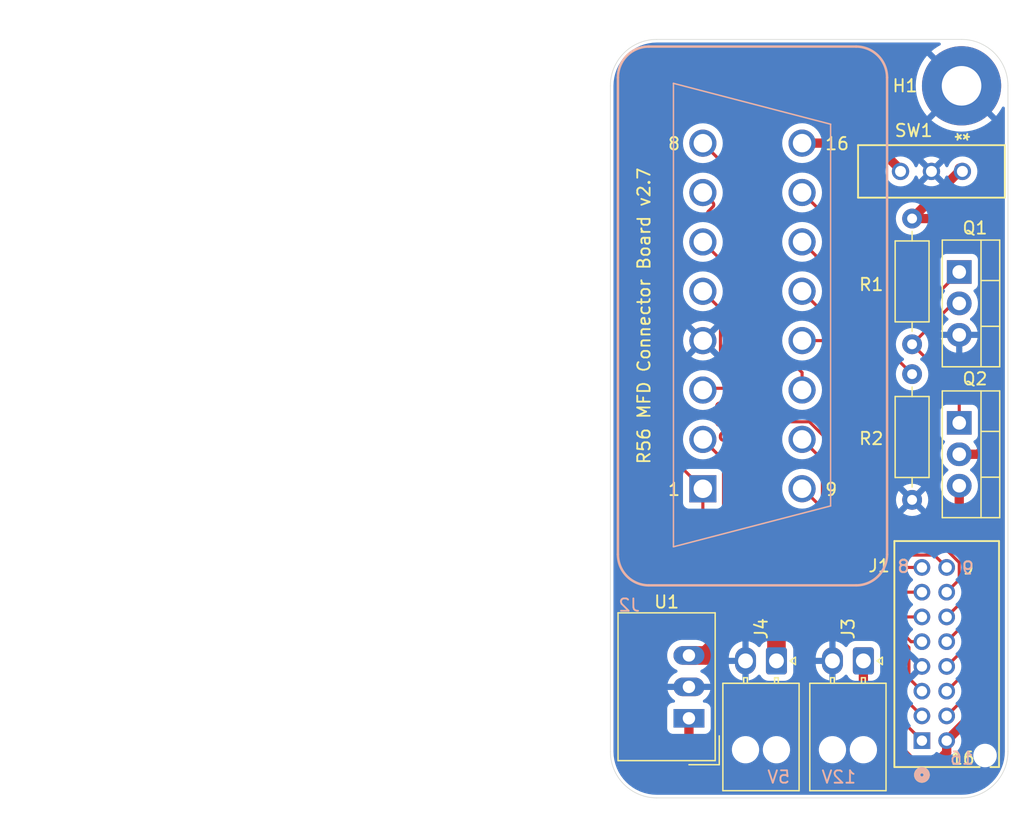
<source format=kicad_pcb>
(kicad_pcb (version 20240108) (generator "pcbnew") (generator_version "8.0")
  (layers (0 "F.Cu" signal) (31 "B.Cu" signal) (34 "B.Paste" user) (35 "F.Paste" user) (36 "B.SilkS" user "B.Silkscreen") (37 "F.SilkS" user "F.Silkscreen") (38 "B.Mask" user) (39 "F.Mask" user) (44 "Edge.Cuts" user))
  (net 0 "")
  (net 1 "OBD_Pin15")
  (net 2 "OBD_Pin14")
  (net 3 "OBD_Pin13")
  (net 4 "OBD_Pin12")
  (net 5 "OBD_Pin11")
  (net 6 "OBD_Pin10")
  (net 7 "OBD_Pin9")
  (net 8 "OBD_Pin8")
  (net 9 "OBD_Pin7")
  (net 10 "OBD_Pin6")
  (net 11 "OBD_Pin5")
  (net 12 "OBD_Pin3")
  (net 13 "OBD_Pin2")
  (net 14 "V3")
  (net 15 "V1")
  (net 16 "V2")
  (net 17 "GND")
  (net 18 "V4")
  (net 19 "Net-(Q2-D)")
  (net 20 "Net-(Q1-D)")
  (footprint "Resistor_THT:R_Axial_DIN0207_L6.3mm_D2.5mm_P10.16mm_Horizontal" (layer "F.Cu") (at 138.43 61.849 90)
    (property "Reference" "R2" (at 4.953 -3.302 180) (layer "F.SilkS"))
    (property "Value" "1Meg")
    (pad "1" thru_hole circle (at 0 0 90) (size 1.6 1.6) (drill 0.8) (layers "*.Cu" "*.Mask") (net 17 "GND"))
    (pad "2" thru_hole oval (at 10.16 0 90) (size 1.6 1.6) (drill 0.8) (layers "*.Cu" "*.Mask") (net 16 "V2"))
  )
  (footprint "Connector_Molex:Molex_Nano-Fit_105313-xx02_1x02_P2.50mm_Horizontal" (layer "F.Cu") (at 127.468 74.862 -90)
    (property "Reference" "J4" (at -2.599 1.23 90) (layer "F.SilkS"))
    (property "Value" "Conn_01x02_Socket")
    (pad "" np_thru_hole circle (at 7.18 0 270) (size 1.7 1.7) (drill 1.7) (layers "*.Cu" "*.Mask"))
    (pad "" np_thru_hole circle (at 7.18 2.5 270) (size 1.7 1.7) (drill 1.7) (layers "*.Cu" "*.Mask"))
    (pad "1" thru_hole roundrect (at 0 0 270) (size 2.2 1.7) (drill 1.2) (layers "*.Cu" "*.Mask") (roundrect_rratio 0.147059) (net 18 "V4"))
    (pad "2" thru_hole oval (at 0 2.5 270) (size 2.2 1.7) (drill 1.2) (layers "*.Cu" "*.Mask") (net 17 "GND"))
  )
  (footprint "Button_Switch_THT:SW_1218_EWI" (layer "F.Cu") (at 142.494 35.306 -90)
    (property "Reference" "SW1" (at -3.302 3.937 0) (layer "F.SilkS"))
    (property "Value" "SW_SPDT")
    (fp_text user "*" (at -2.794 0 -90) (layer "F.SilkS"))
    (fp_text user "*" (at -2.794 0 90) (layer "F.SilkS"))
    (pad "1" thru_hole circle (at 0 0 270) (size 1.397 1.397) (drill 0.889) (layers "*.Cu" "*.Mask") (net 19 "Net-(Q2-D)"))
    (pad "2" thru_hole circle (at 0 2.5 270) (size 1.397 1.397) (drill 0.889) (layers "*.Cu" "*.Mask") (net 17 "GND"))
    (pad "3" thru_hole circle (at 0 5 270) (size 1.397 1.397) (drill 0.889) (layers "*.Cu" "*.Mask") (net 15 "V1"))
  )
  (footprint "Connector_Molex:CONN16_5016451620_MOL_Renumbered" (layer "F.Cu") (at 139.223999 81.31 90)
    (property "Reference" "J1" (at 14.127 -3.460999 0) (layer "F.SilkS"))
    (property "Value" "Conn_02x08_Top_Bottom")
    (pad "" np_thru_hole circle (at -1.200002 5.099999 90) (size 1.397 1.397) (drill 1.397) (layers "*.Cu" "*.Mask"))
    (pad "1" thru_hole rect (at 0 0 90) (size 1.3462 1.3462) (drill 0.8382) (layers "*.Cu" "*.Mask") (net 16 "V2"))
    (pad "2" thru_hole circle (at 1.999999 0 90) (size 1.3462 1.3462) (drill 0.8382) (layers "*.Cu" "*.Mask") (net 13 "OBD_Pin2"))
    (pad "3" thru_hole circle (at 4 0 90) (size 1.3462 1.3462) (drill 0.8382) (layers "*.Cu" "*.Mask") (net 12 "OBD_Pin3"))
    (pad "4" thru_hole circle (at 5.999999 0 90) (size 1.3462 1.3462) (drill 0.8382) (layers "*.Cu" "*.Mask") (net 17 "GND"))
    (pad "5" thru_hole circle (at 8 0 90) (size 1.3462 1.3462) (drill 0.8382) (layers "*.Cu" "*.Mask") (net 11 "OBD_Pin5"))
    (pad "6" thru_hole circle (at 9.999998 0 90) (size 1.3462 1.3462) (drill 0.8382) (layers "*.Cu" "*.Mask") (net 10 "OBD_Pin6"))
    (pad "7" thru_hole circle (at 11.999999 0 90) (size 1.3462 1.3462) (drill 0.8382) (layers "*.Cu" "*.Mask") (net 9 "OBD_Pin7"))
    (pad "8" thru_hole circle (at 14 0 90) (size 1.3462 1.3462) (drill 0.8382) (layers "*.Cu" "*.Mask") (net 8 "OBD_Pin8"))
    (pad "9" thru_hole circle (at 14 2.000001 90) (size 1.3462 1.3462) (drill 0.8382) (layers "*.Cu" "*.Mask") (net 7 "OBD_Pin9"))
    (pad "10" thru_hole circle (at 11.999999 2.000001 90) (size 1.3462 1.3462) (drill 0.8382) (layers "*.Cu" "*.Mask") (net 6 "OBD_Pin10"))
    (pad "11" thru_hole circle (at 9.999998 2.000001 90) (size 1.3462 1.3462) (drill 0.8382) (layers "*.Cu" "*.Mask") (net 5 "OBD_Pin11"))
    (pad "12" thru_hole circle (at 8 2.000001 90) (size 1.3462 1.3462) (drill 0.8382) (layers "*.Cu" "*.Mask") (net 4 "OBD_Pin12"))
    (pad "13" thru_hole circle (at 5.999999 2.000001 90) (size 1.3462 1.3462) (drill 0.8382) (layers "*.Cu" "*.Mask") (net 3 "OBD_Pin13"))
    (pad "14" thru_hole circle (at 4 2.000001 90) (size 1.3462 1.3462) (drill 0.8382) (layers "*.Cu" "*.Mask") (net 2 "OBD_Pin14"))
    (pad "15" thru_hole circle (at 1.999999 2.000001 90) (size 1.3462 1.3462) (drill 0.8382) (layers "*.Cu" "*.Mask") (net 1 "OBD_Pin15"))
    (pad "16" thru_hole circle (at 0 2.000001 90) (size 1.3462 1.3462) (drill 0.8382) (layers "*.Cu" "*.Mask") (net 14 "V3"))
  )
  (footprint "Connector_Molex:Molex_Nano-Fit_105313-xx02_1x02_P2.50mm_Horizontal" (layer "F.Cu") (at 134.493 74.862 -90)
    (property "Reference" "J3" (at -2.599 1.23 90) (layer "F.SilkS"))
    (property "Value" "Conn_01x02_Socket")
    (pad "" np_thru_hole circle (at 7.18 0 270) (size 1.7 1.7) (drill 1.7) (layers "*.Cu" "*.Mask"))
    (pad "" np_thru_hole circle (at 7.18 2.5 270) (size 1.7 1.7) (drill 1.7) (layers "*.Cu" "*.Mask"))
    (pad "1" thru_hole roundrect (at 0 0 270) (size 2.2 1.7) (drill 1.2) (layers "*.Cu" "*.Mask") (roundrect_rratio 0.147059) (net 14 "V3"))
    (pad "2" thru_hole oval (at 0 2.5 270) (size 2.2 1.7) (drill 1.2) (layers "*.Cu" "*.Mask") (net 17 "GND"))
  )
  (footprint "Converter_DCDC:Converter_DCDC_TRACO_TSR-1_THT" (layer "F.Cu") (at 120.396 79.502 90)
    (property "Reference" "U1" (at 9.398 -1.805 180) (layer "F.SilkS"))
    (property "Value" "TSR_1-2450")
    (pad "1" thru_hole rect (at 0 0 90) (size 1.5 2.5) (drill 1) (layers "*.Cu" "*.Mask") (net 14 "V3"))
    (pad "2" thru_hole oval (at 2.54 0 90) (size 1.5 2.5) (drill 1) (layers "*.Cu" "*.Mask") (net 17 "GND"))
    (pad "3" thru_hole oval (at 5.08 0 90) (size 1.5 2.5) (drill 1) (layers "*.Cu" "*.Mask") (net 18 "V4"))
  )
  (footprint "MountingHole:MountingHole_3.2mm_M3_Pad" (layer "F.Cu") (at 142.427 28.388 90)
    (property "Reference" "H1" (at 0 -4.572 180) (layer "F.SilkS"))
    (property "Value" "MountingHole_Pad")
    (pad "1" thru_hole circle (at 0 0 90) (size 6.4 6.4) (drill 3.2) (layers "*.Cu" "*.Mask") (net 17 "GND"))
  )
  (footprint "Resistor_THT:R_Axial_DIN0207_L6.3mm_D2.5mm_P10.16mm_Horizontal" (layer "F.Cu") (at 138.43 49.276 90)
    (property "Reference" "R1" (at 4.826 -3.302 180) (layer "F.SilkS"))
    (property "Value" "10k")
    (pad "1" thru_hole circle (at 0 0 90) (size 1.6 1.6) (drill 0.8) (layers "*.Cu" "*.Mask") (net 20 "Net-(Q1-D)"))
    (pad "2" thru_hole oval (at 10.16 0 90) (size 1.6 1.6) (drill 0.8) (layers "*.Cu" "*.Mask") (net 19 "Net-(Q2-D)"))
  )
  (footprint "Package_TO_SOT_THT:TO-220-3_Vertical" (layer "F.Cu") (at 142.24 55.626 -90)
    (property "Reference" "Q2" (at -3.556 -1.27 180) (layer "F.SilkS"))
    (property "Value" "IRF9540N")
    (pad "1" thru_hole rect (at 0 0 270) (size 1.905 2) (drill 1.1) (layers "*.Cu" "*.Mask") (net 20 "Net-(Q1-D)"))
    (pad "2" thru_hole oval (at 2.54 0 270) (size 1.905 2) (drill 1.1) (layers "*.Cu" "*.Mask") (net 19 "Net-(Q2-D)"))
    (pad "3" thru_hole oval (at 5.08 0 270) (size 1.905 2) (drill 1.1) (layers "*.Cu" "*.Mask") (net 14 "V3"))
  )
  (footprint "Package_TO_SOT_THT:TO-220-3_Vertical" (layer "F.Cu") (at 142.24 43.434 -90)
    (property "Reference" "Q1" (at -3.556 -1.27 0) (layer "F.SilkS"))
    (property "Value" "IRF540N")
    (pad "1" thru_hole rect (at 0 0 270) (size 1.905 2) (drill 1.1) (layers "*.Cu" "*.Mask") (net 16 "V2"))
    (pad "2" thru_hole oval (at 2.54 0 270) (size 1.905 2) (drill 1.1) (layers "*.Cu" "*.Mask") (net 20 "Net-(Q1-D)"))
    (pad "3" thru_hole oval (at 5.08 0 270) (size 1.905 2) (drill 1.1) (layers "*.Cu" "*.Mask") (net 17 "GND"))
  )
  (footprint "OBD_connectors:OBD-II_Male_Connector_Renumbered" (layer "B.Cu") (at 112.03178 46.99016 -90)
    (property "Reference" "J2" (at 23.36784 -3.53822 0) (layer "B.SilkS") (effects (justify mirror)))
    (property "Value" "Conn_02x08_J1962_Male")
    (pad "1" thru_hole rect (at 13.96492 -9.48944 270) (size 2.192 2.192) (drill 1.492) (layers "*.Cu" "*.Mask") (net 16 "V2"))
    (pad "2" thru_hole circle (at 9.97492 -9.48944 270) (size 2.192 2.192) (drill 1.492) (layers "*.Cu" "*.Mask") (net 13 "OBD_Pin2"))
    (pad "3" thru_hole circle (at 5.98492 -9.48944 270) (size 2.192 2.192) (drill 1.492) (layers "*.Cu" "*.Mask") (net 12 "OBD_Pin3"))
    (pad "4" thru_hole circle (at 1.99492 -9.48944 270) (size 2.192 2.192) (drill 1.492) (layers "*.Cu" "*.Mask") (net 17 "GND"))
    (pad "5" thru_hole circle (at -1.99508 -9.48944 270) (size 2.192 2.192) (drill 1.492) (layers "*.Cu" "*.Mask") (net 11 "OBD_Pin5"))
    (pad "6" thru_hole circle (at -5.98508 -9.48944 270) (size 2.192 2.192) (drill 1.492) (layers "*.Cu" "*.Mask") (net 10 "OBD_Pin6"))
    (pad "7" thru_hole circle (at -9.97508 -9.48944 270) (size 2.192 2.192) (drill 1.492) (layers "*.Cu" "*.Mask") (net 9 "OBD_Pin7"))
    (pad "8" thru_hole circle (at -13.96508 -9.48944 270) (size 2.192 2.192) (drill 1.492) (layers "*.Cu" "*.Mask") (net 8 "OBD_Pin8"))
    (pad "9" thru_hole circle (at 13.95984 -17.50822 270) (size 2.192 2.192) (drill 1.492) (layers "*.Cu" "*.Mask") (net 7 "OBD_Pin9"))
    (pad "10" thru_hole circle (at 9.96984 -17.50822 270) (size 2.192 2.192) (drill 1.492) (layers "*.Cu" "*.Mask") (net 6 "OBD_Pin10"))
    (pad "11" thru_hole circle (at 5.97984 -17.50822 270) (size 2.192 2.192) (drill 1.492) (layers "*.Cu" "*.Mask") (net 5 "OBD_Pin11"))
    (pad "12" thru_hole circle (at 1.98984 -17.50822 270) (size 2.192 2.192) (drill 1.492) (layers "*.Cu" "*.Mask") (net 4 "OBD_Pin12"))
    (pad "13" thru_hole circle (at -2.00016 -17.50822 270) (size 2.192 2.192) (drill 1.492) (layers "*.Cu" "*.Mask") (net 3 "OBD_Pin13"))
    (pad "14" thru_hole circle (at -5.99016 -17.50822 270) (size 2.192 2.192) (drill 1.492) (layers "*.Cu" "*.Mask") (net 2 "OBD_Pin14"))
    (pad "15" thru_hole circle (at -9.98016 -17.50822 270) (size 2.192 2.192) (drill 1.492) (layers "*.Cu" "*.Mask") (net 1 "OBD_Pin15"))
    (pad "16" thru_hole circle (at -13.97016 -17.50822 270) (size 2.192 2.192) (drill 1.492) (layers "*.Cu" "*.Mask") (net 15 "V1"))
  )
  (gr_line (start 142.427 85.93435) (end 117.796 85.93435) (stroke (width 0.05)) (layer "Edge.Cuts"))
  (gr_arc (start 117.796 85.93435) (mid 115.14435 84.836) (end 114.046 82.18435) (stroke (width 0.05)) (layer "Edge.Cuts"))
  (gr_arc (start 142.427 24.638) (mid 145.07865 25.73635) (end 146.177 28.388) (stroke (width 0.05)) (layer "Edge.Cuts"))
  (gr_arc (start 146.177 82.18435) (mid 145.07865 84.836) (end 142.427 85.93435) (stroke (width 0.05)) (layer "Edge.Cuts"))
  (gr_line (start 146.177 28.388) (end 146.177 82.18435) (stroke (width 0.05)) (layer "Edge.Cuts"))
  (gr_arc (start 114.046 28.388) (mid 115.14435 25.73635) (end 117.796 24.638) (stroke (width 0.05)) (layer "Edge.Cuts"))
  (gr_line (start 117.796 24.638) (end 142.427 24.638) (stroke (width 0.05)) (layer "Edge.Cuts"))
  (gr_line (start 114.046 82.18435) (end 114.046 28.388) (stroke (width 0.05)) (layer "Edge.Cuts"))
  (gr_text "9" (at 143.51 67.945 -0) (layer "B.SilkS") (effects (font (size 1 1)) (justify left bottom mirror)))
  (gr_text "16" (at 143.51 83.312 -0) (layer "B.SilkS") (effects (font (size 1 1)) (justify left bottom mirror)))
  (gr_text "12V" (at 133.985 84.836 0) (layer "B.SilkS") (effects (font (size 1 1)) (justify left bottom mirror)))
  (gr_text "5V" (at 128.651 84.836 0) (layer "B.SilkS") (effects (font (size 1 1)) (justify left bottom mirror)))
  (gr_text "8" (at 138.303 67.818 -0) (layer "B.SilkS") (effects (font (size 1 1)) (justify left bottom mirror)))
  (gr_text "1" (at 118.618 61.595 0) (layer "F.SilkS") (effects (font (size 1 1)) (justify left bottom)))
  (gr_text "16" (at 131.318 33.655 0) (layer "F.SilkS") (effects (font (size 1 1)) (justify left bottom)))
  (gr_text "8" (at 118.618 33.655 0) (layer "F.SilkS") (effects (font (size 1 1)) (justify left bottom)))
  (gr_text "R56 MFD Connector Board v2.7" (at 117.348 59.055 90) (layer "F.SilkS") (effects (font (size 1 1)) (justify left bottom)))
  (gr_text "16" (at 141.478 83.312 0) (layer "F.SilkS") (effects (font (size 1 1)) (justify left bottom)))
  (gr_text "9" (at 131.318 61.595 0) (layer "F.SilkS") (effects (font (size 1 1)) (justify left bottom)))
  (gr_text "9" (at 142.367 67.945 0) (layer "F.SilkS") (effects (font (size 1 1)) (justify left bottom)))
  (gr_text "8" (at 137.16 67.818 0) (layer "F.SilkS") (effects (font (size 1 1)) (justify left bottom)))
  (segment (start 144.49 65.982493) (end 144.49 76.044001) (width 0.25) (layer "F.Cu") (net 1))
  (segment (start 136.076396 63.6119) (end 142.119407 63.6119) (width 0.25) (layer "F.Cu") (net 1))
  (segment (start 142.119407 63.6119) (end 144.49 65.982493) (width 0.25) (layer "F.Cu") (net 1))
  (segment (start 144.49 76.044001) (end 141.224 79.310001) (width 0.25) (layer "F.Cu") (net 1))
  (segment (start 129.54 37.01) (end 133.43 40.9) (width 0.25) (layer "F.Cu") (net 1))
  (segment (start 133.43 40.9) (end 133.43 60.965504) (width 0.25) (layer "F.Cu") (net 1))
  (segment (start 133.43 60.965504) (end 136.076396 63.6119) (width 0.25) (layer "F.Cu") (net 1))
  (segment (start 132.049758 43.509757) (end 132.049758 43.509758) (width 0.25) (layer "F.Cu") (net 2))
  (segment (start 132.98 46.533894) (end 132.98 61.1519) (width 0.25) (layer "F.Cu") (net 2))
  (segment (start 144.04 66.168889) (end 144.04 74.494) (width 0.25) (layer "F.Cu") (net 2))
  (segment (start 130.689659 43.172804) (end 131.031526 42.830936) (width 0.25) (layer "F.Cu") (net 2))
  (segment (start 132.87955 43.528492) (end 132.643727 43.764316) (width 0.25) (layer "F.Cu") (net 2))
  (segment (start 132.728579 44.188579) (end 132.98 44.44) (width 0.25) (layer "F.Cu") (net 2))
  (segment (start 132.98 44.44) (end 132.98 46.533894) (width 0.25) (layer "F.Cu") (net 2))
  (segment (start 131.625495 43.085495) (end 131.113945 43.597044) (width 0.25) (layer "F.Cu") (net 2))
  (segment (start 131.201231 42.661231) (end 131.712751 42.149708) (width 0.25) (layer "F.Cu") (net 2))
  (segment (start 132.794698 43.104228) (end 132.87955 43.18908) (width 0.25) (layer "F.Cu") (net 2))
  (segment (start 144.04 74.494) (end 141.224 77.31) (width 0.25) (layer "F.Cu") (net 2))
  (segment (start 132.049758 43.509758) (end 132.219462 43.340051) (width 0.25) (layer "F.Cu") (net 2))
  (segment (start 129.54 41) (end 130.607263 42.067263) (width 0.25) (layer "F.Cu") (net 2))
  (segment (start 131.538209 44.021307) (end 132.049758 43.509757) (width 0.25) (layer "F.Cu") (net 2))
  (segment (start 131.625494 43.085495) (end 131.625495 43.085495) (width 0.25) (layer "F.Cu") (net 2))
  (segment (start 131.031526 42.830936) (end 131.201232 42.66123) (width 0.25) (layer "F.Cu") (net 2))
  (segment (start 132.137015 42.573973) (end 131.625494 43.085495) (width 0.25) (layer "F.Cu") (net 2))
  (segment (start 135.89 64.0619) (end 141.933011 64.0619) (width 0.25) (layer "F.Cu") (net 2))
  (segment (start 130.265395 43.087952) (end 130.350247 43.172804) (width 0.25) (layer "F.Cu") (net 2))
  (segment (start 132.052163 42.149709) (end 132.137015 42.234561) (width 0.25) (layer "F.Cu") (net 2))
  (segment (start 132.643726 44.103726) (end 132.728579 44.188579) (width 0.25) (layer "F.Cu") (net 2))
  (segment (start 131.113945 43.936455) (end 131.198797 44.021307) (width 0.25) (layer "F.Cu") (net 2))
  (segment (start 132.98 61.1519) (end 135.89 64.0619) (width 0.25) (layer "F.Cu") (net 2))
  (segment (start 132.219462 43.340051) (end 132.455286 43.104227) (width 0.25) (layer "F.Cu") (net 2))
  (segment (start 130.607263 42.406674) (end 130.265395 42.748541) (width 0.25) (layer "F.Cu") (net 2))
  (segment (start 141.933011 64.0619) (end 144.04 66.168889) (width 0.25) (layer "F.Cu") (net 2))
  (segment (start 131.201232 42.66123) (end 131.201231 42.661231) (width 0.25) (layer "F.Cu") (net 2))
  (arc (start 130.607263 42.067263) (mid 130.677557 42.236969) (end 130.607263 42.406674) (width 0.25) (layer "F.Cu") (net 2))
  (arc (start 132.87955 43.18908) (mid 132.949846 43.358787) (end 132.87955 43.528492) (width 0.25) (layer "F.Cu") (net 2))
  (arc (start 131.198797 44.021307) (mid 131.368503 44.091602) (end 131.538209 44.021307) (width 0.25) (layer "F.Cu") (net 2))
  (arc (start 132.455286 43.104227) (mid 132.624992 43.033934) (end 132.794698 43.104228) (width 0.25) (layer "F.Cu") (net 2))
  (arc (start 131.712751 42.149708) (mid 131.882457 42.079415) (end 132.052163 42.149709) (width 0.25) (layer "F.Cu") (net 2))
  (arc (start 132.643727 43.764316) (mid 132.573432 43.93402) (end 132.643726 44.103726) (width 0.25) (layer "F.Cu") (net 2))
  (arc (start 131.113945 43.597044) (mid 131.043651 43.766749) (end 131.113945 43.936455) (width 0.25) (layer "F.Cu") (net 2))
  (arc (start 132.137015 42.234561) (mid 132.207311 42.404268) (end 132.137015 42.573973) (width 0.25) (layer "F.Cu") (net 2))
  (arc (start 130.350247 43.172804) (mid 130.519953 43.243099) (end 130.689659 43.172804) (width 0.25) (layer "F.Cu") (net 2))
  (arc (start 130.265395 42.748541) (mid 130.195101 42.918246) (end 130.265395 43.087952) (width 0.25) (layer "F.Cu") (net 2))
  (segment (start 135.703604 64.5119) (end 141.746615 64.5119) (width 0.25) (layer "F.Cu") (net 3))
  (segment (start 132.53 47.98) (end 132.53 61.338296) (width 0.25) (layer "F.Cu") (net 3))
  (segment (start 129.54 44.99) (end 132.53 47.98) (width 0.25) (layer "F.Cu") (net 3))
  (segment (start 143.59 72.944001) (end 141.224 75.310001) (width 0.25) (layer "F.Cu") (net 3))
  (segment (start 143.59 66.355285) (end 143.59 72.944001) (width 0.25) (layer "F.Cu") (net 3))
  (segment (start 132.53 61.338296) (end 135.703604 64.5119) (width 0.25) (layer "F.Cu") (net 3))
  (segment (start 141.746615 64.5119) (end 143.59 66.355285) (width 0.25) (layer "F.Cu") (net 3))
  (segment (start 131.84 53.095) (end 131.485666 53.095) (width 0.25) (layer "F.Cu") (net 4))
  (segment (start 132.08 51.535) (end 132.08 51.655) (width 0.25) (layer "F.Cu") (net 4))
  (segment (start 131.805 48.98) (end 132.08 49.255) (width 0.25) (layer "F.Cu") (net 4))
  (segment (start 132.08 53.935) (end 132.08 54.055) (width 0.25) (layer "F.Cu") (net 4))
  (segment (start 135.517208 64.9619) (end 141.560219 64.9619) (width 0.25) (layer "F.Cu") (net 4))
  (segment (start 131.485689 52.495) (end 131.84 52.495) (width 0.25) (layer "F.Cu") (net 4))
  (segment (start 143.14 66.541681) (end 143.14 71.394) (width 0.25) (layer "F.Cu") (net 4))
  (segment (start 129.54 48.98) (end 131.190986 48.98) (width 0.25) (layer "F.Cu") (net 4))
  (segment (start 131.84 51.895) (end 131.485689 51.895) (width 0.25) (layer "F.Cu") (net 4))
  (segment (start 131.485689 50.095) (end 131.84 50.095) (width 0.25) (layer "F.Cu") (net 4))
  (segment (start 132.08 50.335) (end 132.08 50.455) (width 0.25) (layer "F.Cu") (net 4))
  (segment (start 131.245689 49.735) (end 131.245689 49.855) (width 0.25) (layer "F.Cu") (net 4))
  (segment (start 132.08 52.735) (end 132.08 52.855) (width 0.25) (layer "F.Cu") (net 4))
  (segment (start 132.08 54.055) (end 132.08 54.863757) (width 0.25) (layer "F.Cu") (net 4))
  (segment (start 131.485666 53.695) (end 131.84 53.695) (width 0.25) (layer "F.Cu") (net 4))
  (segment (start 141.560219 64.9619) (end 143.14 66.541681) (width 0.25) (layer "F.Cu") (net 4))
  (segment (start 143.14 71.394) (end 141.224 73.31) (width 0.25) (layer "F.Cu") (net 4))
  (segment (start 131.190986 48.98) (end 131.805 48.98) (width 0.25) (layer "F.Cu") (net 4))
  (segment (start 131.84 49.495) (end 131.485689 49.495) (width 0.25) (layer "F.Cu") (net 4))
  (segment (start 131.245689 50.935) (end 131.245689 51.055) (width 0.25) (layer "F.Cu") (net 4))
  (segment (start 131.245689 52.135) (end 131.245689 52.255) (width 0.25) (layer "F.Cu") (net 4))
  (segment (start 131.84 50.695) (end 131.485689 50.695) (width 0.25) (layer "F.Cu") (net 4))
  (segment (start 132.08 54.863757) (end 132.08 61.524692) (width 0.25) (layer "F.Cu") (net 4))
  (segment (start 132.08 61.524692) (end 135.517208 64.9619) (width 0.25) (layer "F.Cu") (net 4))
  (segment (start 131.485689 51.295) (end 131.84 51.295) (width 0.25) (layer "F.Cu") (net 4))
  (segment (start 131.245666 53.335) (end 131.245666 53.455) (width 0.25) (layer "F.Cu") (net 4))
  (arc (start 132.08 49.255) (mid 132.009706 49.424706) (end 131.84 49.495) (width 0.25) (layer "F.Cu") (net 4))
  (arc (start 131.245689 51.055) (mid 131.315983 51.224706) (end 131.485689 51.295) (width 0.25) (layer "F.Cu") (net 4))
  (arc (start 131.84 51.295) (mid 132.009706 51.365294) (end 132.08 51.535) (width 0.25) (layer "F.Cu") (net 4))
  (arc (start 131.485689 49.495) (mid 131.315983 49.565294) (end 131.245689 49.735) (width 0.25) (layer "F.Cu") (net 4))
  (arc (start 131.485666 53.095) (mid 131.31596 53.165294) (end 131.245666 53.335) (width 0.25) (layer "F.Cu") (net 4))
  (arc (start 131.245689 52.255) (mid 131.315983 52.424706) (end 131.485689 52.495) (width 0.25) (layer "F.Cu") (net 4))
  (arc (start 131.485689 50.695) (mid 131.315983 50.765294) (end 131.245689 50.935) (width 0.25) (layer "F.Cu") (net 4))
  (arc (start 131.245689 49.855) (mid 131.315983 50.024706) (end 131.485689 50.095) (width 0.25) (layer "F.Cu") (net 4))
  (arc (start 131.84 52.495) (mid 132.009706 52.565294) (end 132.08 52.735) (width 0.25) (layer "F.Cu") (net 4))
  (arc (start 132.08 52.855) (mid 132.009706 53.024706) (end 131.84 53.095) (width 0.25) (layer "F.Cu") (net 4))
  (arc (start 132.08 50.455) (mid 132.009706 50.624706) (end 131.84 50.695) (width 0.25) (layer "F.Cu") (net 4))
  (arc (start 131.84 53.695) (mid 132.009706 53.765294) (end 132.08 53.935) (width 0.25) (layer "F.Cu") (net 4))
  (arc (start 132.08 51.655) (mid 132.009706 51.824706) (end 131.84 51.895) (width 0.25) (layer "F.Cu") (net 4))
  (arc (start 131.485689 51.895) (mid 131.315983 51.965294) (end 131.245689 52.135) (width 0.25) (layer "F.Cu") (net 4))
  (arc (start 131.245666 53.455) (mid 131.31596 53.624706) (end 131.485666 53.695) (width 0.25) (layer "F.Cu") (net 4))
  (arc (start 131.84 50.095) (mid 132.009706 50.165294) (end 132.08 50.335) (width 0.25) (layer "F.Cu") (net 4))
  (segment (start 126.425548 53.09205) (end 126.13 53.09205) (width 0.25) (layer "F.Cu") (net 5))
  (segment (start 126.665556 53.93205) (end 126.665556 54.05205) (width 0.25) (layer "F.Cu") (net 5))
  (segment (start 125.89 54.53205) (end 125.89 54.65205) (width 0.25) (layer "F.Cu") (net 5))
  (segment (start 125.89 53.33205) (end 125.89 53.45205) (width 0.25) (layer "F.Cu") (net 5))
  (segment (start 129.54 52.97) (end 129.54 51.562) (width 0.25) (layer "F.Cu") (net 5))
  (segment (start 125.89 54.65205) (end 125.89 54.77) (width 0.25) (layer "F.Cu") (net 5))
  (segment (start 126.659 55.539) (end 127.460215 55.539) (width 0.25) (layer "F.Cu") (net 5))
  (segment (start 127 50.8) (end 125.89 51.91) (width 0.25) (layer "F.Cu") (net 5))
  (segment (start 126.13 53.69205) (end 126.425556 53.69205) (width 0.25) (layer "F.Cu") (net 5))
  (segment (start 126.13 52.49205) (end 126.425548 52.49205) (width 0.25) (layer "F.Cu") (net 5))
  (segment (start 141.373823 65.4119) (end 142.69 66.728077) (width 0.25) (layer "F.Cu") (net 5))
  (segment (start 130.128598 55.539) (end 131.63 57.040402) (width 0.25) (layer "F.Cu") (net 5))
  (segment (start 125.89 51.91) (end 125.89 52.25205) (width 0.25) (layer "F.Cu") (net 5))
  (segment (start 128.778 50.8) (end 127 50.8) (width 0.25) (layer "F.Cu") (net 5))
  (segment (start 135.330812 65.4119) (end 141.373823 65.4119) (width 0.25) (layer "F.Cu") (net 5))
  (segment (start 127.460215 55.539) (end 130.128598 55.539) (width 0.25) (layer "F.Cu") (net 5))
  (segment (start 125.89 54.77) (end 126.659 55.539) (width 0.25) (layer "F.Cu") (net 5))
  (segment (start 142.69 66.728077) (end 142.69 69.844002) (width 0.25) (layer "F.Cu") (net 5))
  (segment (start 131.63 57.040402) (end 131.63 61.711088) (width 0.25) (layer "F.Cu") (net 5))
  (segment (start 126.665548 52.73205) (end 126.665548 52.85205) (width 0.25) (layer "F.Cu") (net 5))
  (segment (start 131.63 61.711088) (end 135.330812 65.4119) (width 0.25) (layer "F.Cu") (net 5))
  (segment (start 129.54 51.562) (end 128.778 50.8) (width 0.25) (layer "F.Cu") (net 5))
  (segment (start 142.69 69.844002) (end 141.224 71.310002) (width 0.25) (layer "F.Cu") (net 5))
  (segment (start 126.425556 54.29205) (end 126.13 54.29205) (width 0.25) (layer "F.Cu") (net 5))
  (arc (start 126.13 54.29205) (mid 125.960294 54.362344) (end 125.89 54.53205) (width 0.25) (layer "F.Cu") (net 5))
  (arc (start 126.665556 54.05205) (mid 126.595262 54.221756) (end 126.425556 54.29205) (width 0.25) (layer "F.Cu") (net 5))
  (arc (start 125.89 53.45205) (mid 125.960294 53.621756) (end 126.13 53.69205) (width 0.25) (layer "F.Cu") (net 5))
  (arc (start 126.665548 52.85205) (mid 126.595254 53.021756) (end 126.425548 53.09205) (width 0.25) (layer "F.Cu") (net 5))
  (arc (start 125.89 52.25205) (mid 125.960294 52.421756) (end 126.13 52.49205) (width 0.25) (layer "F.Cu") (net 5))
  (arc (start 126.13 53.09205) (mid 125.960294 53.162344) (end 125.89 53.33205) (width 0.25) (layer "F.Cu") (net 5))
  (arc (start 126.425548 52.49205) (mid 126.595254 52.562344) (end 126.665548 52.73205) (width 0.25) (layer "F.Cu") (net 5))
  (arc (start 126.425556 53.69205) (mid 126.595262 53.762344) (end 126.665556 53.93205) (width 0.25) (layer "F.Cu") (net 5))
  (segment (start 131.18 61.897484) (end 135.144416 65.8619) (width 0.25) (layer "F.Cu") (net 6))
  (segment (start 131.18 58.6) (end 131.18 61.897484) (width 0.25) (layer "F.Cu") (net 6))
  (segment (start 142.24 68.294001) (end 141.224 69.310001) (width 0.25) (layer "F.Cu") (net 6))
  (segment (start 135.144416 65.8619) (end 141.187427 65.8619) (width 0.25) (layer "F.Cu") (net 6))
  (segment (start 141.187427 65.8619) (end 142.24 66.914473) (width 0.25) (layer "F.Cu") (net 6))
  (segment (start 129.54 56.96) (end 131.18 58.6) (width 0.25) (layer "F.Cu") (net 6))
  (segment (start 142.24 66.914473) (end 142.24 68.294001) (width 0.25) (layer "F.Cu") (net 6))
  (segment (start 134.95802 66.3119) (end 140.2259 66.3119) (width 0.25) (layer "F.Cu") (net 7))
  (segment (start 129.54 60.95) (end 129.59612 60.95) (width 0.25) (layer "F.Cu") (net 7))
  (segment (start 140.2259 66.3119) (end 141.224 67.31) (width 0.25) (layer "F.Cu") (net 7))
  (segment (start 129.59612 60.95) (end 134.95802 66.3119) (width 0.25) (layer "F.Cu") (net 7))
  (segment (start 128.91198 67.31) (end 139.223999 67.31) (width 0.25) (layer "F.Cu") (net 8))
  (segment (start 125.44 63.83802) (end 128.91198 67.31) (width 0.25) (layer "F.Cu") (net 8))
  (segment (start 125.44 36.94386) (end 125.44 63.83802) (width 0.25) (layer "F.Cu") (net 8))
  (segment (start 121.52122 33.02508) (end 125.44 36.94386) (width 0.25) (layer "F.Cu") (net 8))
  (segment (start 124.99 40.48386) (end 124.99 41.13386) (width 0.25) (layer "F.Cu") (net 9))
  (segment (start 124.453283 39.947143) (end 124.99 40.48386) (width 0.25) (layer "F.Cu") (net 9))
  (segment (start 122.75623 38.5895) (end 122.925936 38.419794) (width 0.25) (layer "F.Cu") (net 9))
  (segment (start 123.350199 38.844059) (end 122.814724 39.379533) (width 0.25) (layer "F.Cu") (net 9))
  (segment (start 122.39051 38.955221) (end 122.75623 38.5895) (width 0.25) (layer "F.Cu") (net 9))
  (segment (start 123.350198 38.844059) (end 123.350199 38.844059) (width 0.25) (layer "F.Cu") (net 9))
  (segment (start 123.238988 39.803796) (end 123.774462 39.268321) (width 0.25) (layer "F.Cu") (net 9))
  (segment (start 124.99 43.609383) (end 124.99 64.024416) (width 0.25) (layer "F.Cu") (net 9))
  (segment (start 124.23275 41.97386) (end 124.75 41.97386) (width 0.25) (layer "F.Cu") (net 9))
  (segment (start 123.885651 38.308605) (end 123.350198 38.844059) (width 0.25) (layer "F.Cu") (net 9))
  (segment (start 128.725584 67.76) (end 134.064392 67.76) (width 0.25) (layer "F.Cu") (net 9))
  (segment (start 121.966246 38.870369) (end 122.051098 38.955221) (width 0.25) (layer "F.Cu") (net 9))
  (segment (start 123.99275 41.61386) (end 123.99275 41.73386) (width 0.25) (layer "F.Cu") (net 9))
  (segment (start 121.52122 37.01508) (end 122.331967 37.825827) (width 0.25) (layer "F.Cu") (net 9))
  (segment (start 122.925935 38.419795) (end 123.461387 37.88434) (width 0.25) (layer "F.Cu") (net 9))
  (segment (start 122.331967 38.165238) (end 121.966246 38.530958) (width 0.25) (layer "F.Cu") (net 9))
  (segment (start 124.36843 39.86229) (end 124.453283 39.947143) (width 0.25) (layer "F.Cu") (net 9))
  (segment (start 134.064392 67.76) (end 135.614393 69.310001) (width 0.25) (layer "F.Cu") (net 9))
  (segment (start 123.800799 37.884341) (end 123.885651 37.969193) (width 0.25) (layer "F.Cu") (net 9))
  (segment (start 123.774462 39.268321) (end 123.774462 39.268322) (width 0.25) (layer "F.Cu") (net 9))
  (segment (start 124.734207 39.157103) (end 124.368431 39.52288) (width 0.25) (layer "F.Cu") (net 9))
  (segment (start 122.814724 39.718944) (end 122.899576 39.803796) (width 0.25) (layer "F.Cu") (net 9))
  (segment (start 124.649355 38.732839) (end 124.734207 38.817691) (width 0.25) (layer "F.Cu") (net 9))
  (segment (start 123.944166 39.098615) (end 124.309943 38.732838) (width 0.25) (layer "F.Cu") (net 9))
  (segment (start 123.774462 39.268322) (end 123.944166 39.098615) (width 0.25) (layer "F.Cu") (net 9))
  (segment (start 124.99 64.024416) (end 128.725584 67.76) (width 0.25) (layer "F.Cu") (net 9))
  (segment (start 135.614393 69.310001) (end 139.223999 69.310001) (width 0.25) (layer "F.Cu") (net 9))
  (segment (start 122.925936 38.419794) (end 122.925935 38.419795) (width 0.25) (layer "F.Cu") (net 9))
  (segment (start 124.75 41.37386) (end 124.23275 41.37386) (width 0.25) (layer "F.Cu") (net 9))
  (segment (start 124.99 42.21386) (end 124.99 42.33386) (width 0.25) (layer "F.Cu") (net 9))
  (segment (start 124.99 42.33386) (end 124.99 43.609383) (width 0.25) (layer "F.Cu") (net 9))
  (arc (start 123.461387 37.88434) (mid 123.631093 37.814047) (end 123.800799 37.884341) (width 0.25) (layer "F.Cu") (net 9))
  (arc (start 123.99275 41.73386) (mid 124.063044 41.903566) (end 124.23275 41.97386) (width 0.25) (layer "F.Cu") (net 9))
  (arc (start 121.966246 38.530958) (mid 121.895952 38.700663) (end 121.966246 38.870369) (width 0.25) (layer "F.Cu") (net 9))
  (arc (start 122.051098 38.955221) (mid 122.220804 39.025516) (end 122.39051 38.955221) (width 0.25) (layer "F.Cu") (net 9))
  (arc (start 124.734207 38.817691) (mid 124.804503 38.987398) (end 124.734207 39.157103) (width 0.25) (layer "F.Cu") (net 9))
  (arc (start 124.23275 41.37386) (mid 124.063044 41.444154) (end 123.99275 41.61386) (width 0.25) (layer "F.Cu") (net 9))
  (arc (start 123.885651 37.969193) (mid 123.955947 38.1389) (end 123.885651 38.308605) (width 0.25) (layer "F.Cu") (net 9))
  (arc (start 124.99 41.13386) (mid 124.919706 41.303566) (end 124.75 41.37386) (width 0.25) (layer "F.Cu") (net 9))
  (arc (start 124.75 41.97386) (mid 124.919706 42.044154) (end 124.99 42.21386) (width 0.25) (layer "F.Cu") (net 9))
  (arc (start 122.899576 39.803796) (mid 123.069282 39.874091) (end 123.238988 39.803796) (width 0.25) (layer "F.Cu") (net 9))
  (arc (start 124.368431 39.52288) (mid 124.298136 39.692584) (end 124.36843 39.86229) (width 0.25) (layer "F.Cu") (net 9))
  (arc (start 122.814724 39.379533) (mid 122.74443 39.549238) (end 122.814724 39.718944) (width 0.25) (layer "F.Cu") (net 9))
  (arc (start 122.331967 37.825827) (mid 122.402261 37.995533) (end 122.331967 38.165238) (width 0.25) (layer "F.Cu") (net 9))
  (arc (start 124.309943 38.732838) (mid 124.479649 38.662545) (end 124.649355 38.732839) (width 0.25) (layer "F.Cu") (net 9))
  (segment (start 122.596053 43.371188) (end 122.680905 43.45604) (width 0.25) (layer "F.Cu") (net 10))
  (segment (start 123.496248 42.980108) (end 123.665952 42.810401) (width 0.25) (layer "F.Cu") (net 10))
  (segment (start 124.54 46.95386) (end 124.54 47.07386) (width 0.25) (layer "F.Cu") (net 10))
  (segment (start 124.3 48.51386) (end 123.866952 48.51386) (width 0.25) (layer "F.Cu") (net 10))
  (segment (start 124.54 64.210812) (end 128.539188 68.21) (width 0.25) (layer "F.Cu") (net 10))
  (segment (start 124.3 46.11386) (end 123.866952 46.11386) (width 0.25) (layer "F.Cu") (net 10))
  (segment (start 124.3 50.91386) (end 123.866952 50.91386) (width 0.25) (layer "F.Cu") (net 10))
  (segment (start 128.539188 68.21) (end 133.877996 68.21) (width 0.25) (layer "F.Cu") (net 10))
  (segment (start 123.626952 46.35386) (end 123.626952 46.47386) (width 0.25) (layer "F.Cu") (net 10))
  (segment (start 123.020317 43.45604) (end 123.326543 43.149813) (width 0.25) (layer "F.Cu") (net 10))
  (segment (start 124.54 48.15386) (end 124.54 48.27386) (width 0.25) (layer "F.Cu") (net 10))
  (segment (start 136.977998 71.310002) (end 139.223999 71.310002) (width 0.25) (layer "F.Cu") (net 10))
  (segment (start 123.866952 51.51386) (end 124.3 51.51386) (width 0.25) (layer "F.Cu") (net 10))
  (segment (start 123.866952 49.11386) (end 124.3 49.11386) (width 0.25) (layer "F.Cu") (net 10))
  (segment (start 124.54 54.372209) (end 124.54 64.210812) (width 0.25) (layer "F.Cu") (net 10))
  (segment (start 123.665952 42.810401) (end 123.901444 42.574909) (width 0.25) (layer "F.Cu") (net 10))
  (segment (start 124.090215 43.574077) (end 124.175069 43.658929) (width 0.25) (layer "F.Cu") (net 10))
  (segment (start 123.866949 50.31386) (end 124.3 50.31386) (width 0.25) (layer "F.Cu") (net 10))
  (segment (start 123.626951 45.15386) (end 123.626951 45.27386) (width 0.25) (layer "F.Cu") (net 10))
  (segment (start 124.54 45.75386) (end 124.54 45.87386) (width 0.25) (layer "F.Cu") (net 10))
  (segment (start 124.3 47.31386) (end 123.866951 47.31386) (width 0.25) (layer "F.Cu") (net 10))
  (segment (start 124.3 49.71386) (end 123.866949 49.71386) (width 0.25) (layer "F.Cu") (net 10))
  (segment (start 124.54 50.55386) (end 124.54 50.67386) (width 0.25) (layer "F.Cu") (net 10))
  (segment (start 124.54 51.87386) (end 124.54 54.372209) (width 0.25) (layer "F.Cu") (net 10))
  (segment (start 123.326543 43.149813) (end 123.496248 42.980108) (width 0.25) (layer "F.Cu") (net 10))
  (segment (start 124.54 44.02386) (end 124.54 44.67386) (width 0.25) (layer "F.Cu") (net 10))
  (segment (start 124.3 44.91386) (end 123.866951 44.91386) (width 0.25) (layer "F.Cu") (net 10))
  (segment (start 123.626952 48.75386) (end 123.626952 48.87386) (width 0.25) (layer "F.Cu") (net 10))
  (segment (start 124.54 49.35386) (end 124.54 49.47386) (width 0.25) (layer "F.Cu") (net 10))
  (segment (start 123.626949 49.95386) (end 123.626949 50.07386) (width 0.25) (layer "F.Cu") (net 10))
  (segment (start 124.54 51.75386) (end 124.54 51.87386) (width 0.25) (layer "F.Cu") (net 10))
  (segment (start 123.866952 46.71386) (end 124.3 46.71386) (width 0.25) (layer "F.Cu") (net 10))
  (segment (start 123.626951 47.55386) (end 123.626951 47.67386) (width 0.25) (layer "F.Cu") (net 10))
  (segment (start 124.325708 42.999174) (end 124.090216 43.234667) (width 0.25) (layer "F.Cu") (net 10))
  (segment (start 123.866951 45.51386) (end 124.3 45.51386) (width 0.25) (layer "F.Cu") (net 10))
  (segment (start 122.90228 42.725551) (end 122.596053 43.031777) (width 0.25) (layer "F.Cu") (net 10))
  (segment (start 121.52122 41.00508) (end 122.90228 42.38614) (width 0.25) (layer "F.Cu") (net 10))
  (segment (start 123.866951 47.91386) (end 124.3 47.91386) (width 0.25) (layer "F.Cu") (net 10))
  (segment (start 123.626952 51.15386) (end 123.626952 51.27386) (width 0.25) (layer "F.Cu") (net 10))
  (segment (start 124.175069 43.658929) (end 124.54 44.02386) (width 0.25) (layer "F.Cu") (net 10))
  (segment (start 133.877996 68.21) (end 136.977998 71.310002) (width 0.25) (layer "F.Cu") (net 10))
  (segment (start 124.240856 42.57491) (end 124.325708 42.659762) (width 0.25) (layer "F.Cu") (net 10))
  (arc (start 123.626949 50.07386) (mid 123.697243 50.243566) (end 123.866949 50.31386) (width 0.25) (layer "F.Cu") (net 10))
  (arc (start 123.866952 50.91386) (mid 123.697246 50.984154) (end 123.626952 51.15386) (width 0.25) (layer "F.Cu") (net 10))
  (arc (start 124.54 50.67386) (mid 124.469706 50.843566) (end 124.3 50.91386) (width 0.25) (layer "F.Cu") (net 10))
  (arc (start 124.3 45.51386) (mid 124.469706 45.584154) (end 124.54 45.75386) (width 0.25) (layer "F.Cu") (net 10))
  (arc (start 124.54 49.47386) (mid 124.469706 49.643566) (end 124.3 49.71386) (width 0.25) (layer "F.Cu") (net 10))
  (arc (start 124.3 47.91386) (mid 124.469706 47.984154) (end 124.54 48.15386) (width 0.25) (layer "F.Cu") (net 10))
  (arc (start 124.54 44.67386) (mid 124.469706 44.843566) (end 124.3 44.91386) (width 0.25) (layer "F.Cu") (net 10))
  (arc (start 123.626952 48.87386) (mid 123.697246 49.043566) (end 123.866952 49.11386) (width 0.25) (layer "F.Cu") (net 10))
  (arc (start 124.3 50.31386) (mid 124.469706 50.384154) (end 124.54 50.55386) (width 0.25) (layer "F.Cu") (net 10))
  (arc (start 124.3 46.71386) (mid 124.469706 46.784154) (end 124.54 46.95386) (width 0.25) (layer "F.Cu") (net 10))
  (arc (start 123.626952 51.27386) (mid 123.697246 51.443566) (end 123.866952 51.51386) (width 0.25) (layer "F.Cu") (net 10))
  (arc (start 123.626951 47.67386) (mid 123.697245 47.843566) (end 123.866951 47.91386) (width 0.25) (layer "F.Cu") (net 10))
  (arc (start 124.54 45.87386) (mid 124.469706 46.043566) (end 124.3 46.11386) (width 0.25) (layer "F.Cu") (net 10))
  (arc (start 122.596053 43.031777) (mid 122.525759 43.201482) (end 122.596053 43.371188) (width 0.25) (layer "F.Cu") (net 10))
  (arc (start 123.866949 49.71386) (mid 123.697243 49.784154) (end 123.626949 49.95386) (width 0.25) (layer "F.Cu") (net 10))
  (arc (start 124.54 48.27386) (mid 124.469706 48.443566) (end 124.3 48.51386) (width 0.25) (layer "F.Cu") (net 10))
  (arc (start 124.3 51.51386) (mid 124.469706 51.584154) (end 124.54 51.75386) (width 0.25) (layer "F.Cu") (net 10))
  (arc (start 123.866951 44.91386) (mid 123.697245 44.984154) (end 123.626951 45.15386) (width 0.25) (layer "F.Cu") (net 10))
  (arc (start 122.90228 42.38614) (mid 122.972574 42.555846) (end 122.90228 42.725551) (width 0.25) (layer "F.Cu") (net 10))
  (arc (start 123.866952 48.51386) (mid 123.697246 48.584154) (end 123.626952 48.75386) (width 0.25) (layer "F.Cu") (net 10))
  (arc (start 124.3 49.11386) (mid 124.469706 49.184154) (end 124.54 49.35386) (width 0.25) (layer "F.Cu") (net 10))
  (arc (start 123.866952 46.11386) (mid 123.697246 46.184154) (end 123.626952 46.35386) (width 0.25) (layer "F.Cu") (net 10))
  (arc (start 123.901444 42.574909) (mid 124.07115 42.504616) (end 124.240856 42.57491) (width 0.25) (layer "F.Cu") (net 10))
  (arc (start 124.090216 43.234667) (mid 124.019921 43.404371) (end 124.090215 43.574077) (width 0.25) (layer "F.Cu") (net 10))
  (arc (start 123.866951 47.31386) (mid 123.697245 47.384154) (end 123.626951 47.55386) (width 0.25) (layer "F.Cu") (net 10))
  (arc (start 124.54 47.07386) (mid 124.469706 47.243566) (end 124.3 47.31386) (width 0.25) (layer "F.Cu") (net 10))
  (arc (start 123.626951 45.27386) (mid 123.697245 45.443566) (end 123.866951 45.51386) (width 0.25) (layer "F.Cu") (net 10))
  (arc (start 124.325708 42.659762) (mid 124.396004 42.829469) (end 124.325708 42.999174) (width 0.25) (layer "F.Cu") (net 10))
  (arc (start 122.680905 43.45604) (mid 122.850611 43.526335) (end 123.020317 43.45604) (width 0.25) (layer "F.Cu") (net 10))
  (arc (start 123.626952 46.47386) (mid 123.697246 46.643566) (end 123.866952 46.71386) (width 0.25) (layer "F.Cu") (net 10))
  (segment (start 138.3416 73.31) (end 139.223999 73.31) (width 0.25) (layer "F.Cu") (net 11))
  (segment (start 122.94222 46.41608) (end 122.94222 51.69522) (width 0.25) (layer "F.Cu") (net 11))
  (segment (start 122.94222 51.69522) (end 124.09 52.843) (width 0.25) (layer "F.Cu") (net 11))
  (segment (start 133.6916 68.66) (end 138.3416 73.31) (width 0.25) (layer "F.Cu") (net 11))
  (segment (start 121.52122 44.99508) (end 122.94222 46.41608) (width 0.25) (layer "F.Cu") (net 11))
  (segment (start 124.09 64.397208) (end 128.352792 68.66) (width 0.25) (layer "F.Cu") (net 11))
  (segment (start 124.09 52.843) (end 124.09 64.397208) (width 0.25) (layer "F.Cu") (net 11))
  (segment (start 128.352792 68.66) (end 133.6916 68.66) (width 0.25) (layer "F.Cu") (net 11))
  (segment (start 128.166396 69.11) (end 133.505204 69.11) (width 0.25) (layer "F.Cu") (net 12))
  (segment (start 138.176 76.262001) (end 139.223999 77.31) (width 0.25) (layer "F.Cu") (net 12))
  (segment (start 121.52122 52.97508) (end 120.63307 52.97508) (width 0.25) (layer "F.Cu") (net 12))
  (segment (start 123.64 64.583604) (end 128.166396 69.11) (width 0.25) (layer "F.Cu") (net 12))
  (segment (start 123.4 54.03) (end 122.88 54.03) (width 0.25) (layer "F.Cu") (net 12))
  (segment (start 122.88 54.63) (end 123.4 54.63) (width 0.25) (layer "F.Cu") (net 12))
  (segment (start 123.64 53.029396) (end 123.64 53.79) (width 0.25) (layer "F.Cu") (net 12))
  (segment (start 123.64 57.27) (end 123.64 57.39) (width 0.25) (layer "F.Cu") (net 12))
  (segment (start 121.6643 52.832) (end 123.442604 52.832) (width 0.25) (layer "F.Cu") (net 12))
  (segment (start 122.94 56.67) (end 122.94 56.79) (width 0.25) (layer "F.Cu") (net 12))
  (segment (start 123.64 58.59) (end 123.64 58.979486) (width 0.25) (layer "F.Cu") (net 12))
  (segment (start 122.64 54.27) (end 122.64 54.39) (width 0.25) (layer "F.Cu") (net 12))
  (segment (start 123.64 58.979486) (end 123.64 64.583604) (width 0.25) (layer "F.Cu") (net 12))
  (segment (start 133.505204 69.11) (end 138.176 73.780796) (width 0.25) (layer "F.Cu") (net 12))
  (segment (start 122.64 55.47) (end 122.64 55.59) (width 0.25) (layer "F.Cu") (net 12))
  (segment (start 123.29 57.74) (end 123.29 57.99) (width 0.25) (layer "F.Cu") (net 12))
  (segment (start 123.64 54.87) (end 123.64 54.99) (width 0.25) (layer "F.Cu") (net 12))
  (segment (start 123.64 58.34) (end 123.64 58.59) (width 0.25) (layer "F.Cu") (net 12))
  (segment (start 138.176 73.780796) (end 138.176 76.262001) (width 0.25) (layer "F.Cu") (net 12))
  (segment (start 123.442604 52.832) (end 123.64 53.029396) (width 0.25) (layer "F.Cu") (net 12))
  (segment (start 122.88 55.83) (end 123.4 55.83) (width 0.25) (layer "F.Cu") (net 12))
  (segment (start 123.64 56.07) (end 123.64 56.19) (width 0.25) (layer "F.Cu") (net 12))
  (segment (start 123.18 57.03) (end 123.4 57.03) (width 0.25) (layer "F.Cu") (net 12))
  (segment (start 123.4 56.43) (end 123.18 56.43) (width 0.25) (layer "F.Cu") (net 12))
  (segment (start 123.4 55.23) (end 122.88 55.23) (width 0.25) (layer "F.Cu") (net 12))
  (segment (start 121.52122 52.97508) (end 121.6643 52.832) (width 0.25) (layer "F.Cu") (net 12))
  (arc (start 122.64 54.39) (mid 122.710294 54.559706) (end 122.88 54.63) (width 0.25) (layer "F.Cu") (net 12))
  (arc (start 123.18 56.43) (mid 123.010294 56.500294) (end 122.94 56.67) (width 0.25) (layer "F.Cu") (net 12))
  (arc (start 122.64 55.59) (mid 122.710294 55.759706) (end 122.88 55.83) (width 0.25) (layer "F.Cu") (net 12))
  (arc (start 122.88 54.03) (mid 122.710294 54.100294) (end 122.64 54.27) (width 0.25) (layer "F.Cu") (net 12))
  (arc (start 122.88 55.23) (mid 122.710294 55.300294) (end 122.64 55.47) (width 0.25) (layer "F.Cu") (net 12))
  (arc (start 122.94 56.79) (mid 123.010294 56.959706) (end 123.18 57.03) (width 0.25) (layer "F.Cu") (net 12))
  (arc (start 123.64 56.19) (mid 123.569706 56.359706) (end 123.4 56.43) (width 0.25) (layer "F.Cu") (net 12))
  (arc (start 123.64 57.39) (mid 123.588744 57.513744) (end 123.465 57.565) (width 0.25) (layer "F.Cu") (net 12))
  (arc (start 123.64 53.79) (mid 123.569706 53.959706) (end 123.4 54.03) (width 0.25) (layer "F.Cu") (net 12))
  (arc (start 123.465 57.565) (mid 123.341256 57.616256) (end 123.29 57.74) (width 0.25) (layer "F.Cu") (net 12))
  (arc (start 123.4 54.63) (mid 123.569706 54.700294) (end 123.64 54.87) (width 0.25) (layer "F.Cu") (net 12))
  (arc (start 123.4 57.03) (mid 123.569706 57.100294) (end 123.64 57.27) (width 0.25) (layer "F.Cu") (net 12))
  (arc (start 123.29 57.99) (mid 123.341256 58.113744) (end 123.465 58.165) (width 0.25) (layer "F.Cu") (net 12))
  (arc (start 123.64 54.99) (mid 123.569706 55.159706) (end 123.4 55.23) (width 0.25) (layer "F.Cu") (net 12))
  (arc (start 123.4 55.83) (mid 123.569706 55.900294) (end 123.64 56.07) (width 0.25) (layer "F.Cu") (net 12))
  (arc (start 123.465 58.165) (mid 123.588744 58.216256) (end 123.64 58.34) (width 0.25) (layer "F.Cu") (net 12))
  (segment (start 123.19 64.77) (end 127.98 69.56) (width 0.25) (layer "F.Cu") (net 13))
  (segment (start 137.726 73.967192) (end 137.726 77.812002) (width 0.25) (layer "F.Cu") (net 13))
  (segment (start 137.726 77.812002) (end 139.223999 79.310001) (width 0.25) (layer "F.Cu") (net 13))
  (segment (start 123.19 58.63386) (end 123.19 64.77) (width 0.25) (layer "F.Cu") (net 13))
  (segment (start 121.52122 56.96508) (end 123.19 58.63386) (width 0.25) (layer "F.Cu") (net 13))
  (segment (start 127.98 69.56) (end 133.318808 69.56) (width 0.25) (layer "F.Cu") (net 13))
  (segment (start 133.318808 69.56) (end 137.726 73.967192) (width 0.25) (layer "F.Cu") (net 13))
  (segment (start 141.224 82.261907) (end 139.665907 83.82) (width 0.75) (layer "F.Cu") (net 14))
  (segment (start 145.19 77.344) (end 145.19 65.692543) (width 0.75) (layer "F.Cu") (net 14))
  (segment (start 120.396 81.28) (end 120.396 79.502) (width 0.75) (layer "F.Cu") (net 14))
  (segment (start 134.493 79.075201) (end 134.493 74.608) (width 0.75) (layer "F.Cu") (net 14))
  (segment (start 141.224 81.31) (end 145.19 77.344) (width 0.75) (layer "F.Cu") (net 14))
  (segment (start 122.936 83.82) (end 120.396 81.28) (width 0.75) (layer "F.Cu") (net 14))
  (segment (start 141.224 81.31) (end 141.224 82.261907) (width 0.75) (layer "F.Cu") (net 14))
  (segment (start 139.237799 83.82) (end 134.493 79.075201) (width 0.75) (layer "F.Cu") (net 14))
  (segment (start 145.19 65.692543) (end 142.24 62.742543) (width 0.75) (layer "F.Cu") (net 14))
  (segment (start 142.24 62.742543) (end 142.24 60.706) (width 0.75) (layer "F.Cu") (net 14))
  (segment (start 139.665907 83.82) (end 139.237799 83.82) (width 0.75) (layer "F.Cu") (net 14))
  (segment (start 139.665907 83.82) (end 122.936 83.82) (width 0.75) (layer "F.Cu") (net 14))
  (segment (start 129.54 33.02) (end 135.335 33.02) (width 0.75) (layer "F.Cu") (net 15))
  (segment (start 135.335 33.02) (end 137.367 35.052) (width 0.75) (layer "F.Cu") (net 15))
  (segment (start 137.276 79.362001) (end 139.223999 81.31) (width 0.25) (layer "F.Cu") (net 16))
  (segment (start 135.509 45.72) (end 133.88 44.091) (width 0.25) (layer "F.Cu") (net 16))
  (segment (start 121.52122 60.95508) (end 121.52122 63.737616) (width 0.25) (layer "F.Cu") (net 16))
  (segment (start 138.43 51.689) (end 136.779 50.038) (width 0.25) (layer "F.Cu") (net 16))
  (segment (start 139.954 45.72) (end 142.24 43.434) (width 0.25) (layer "F.Cu") (net 16))
  (segment (start 137.922 45.72) (end 139.954 45.72) (width 0.25) (layer "F.Cu") (net 16))
  (segment (start 133.88 38.249) (end 130.683 35.052) (width 0.25) (layer "F.Cu") (net 16))
  (segment (start 118.93 32.708) (end 118.93 58.36386) (width 0.25) (layer "F.Cu") (net 16))
  (segment (start 139.954 45.72) (end 135.509 45.72) (width 0.25) (layer "F.Cu") (net 16))
  (segment (start 121.52122 63.737616) (end 127.793604 70.01) (width 0.25) (layer "F.Cu") (net 16))
  (segment (start 120.65 30.988) (end 118.93 32.708) (width 0.25) (layer "F.Cu") (net 16))
  (segment (start 127.793604 70.01) (end 133.132412 70.01) (width 0.25) (layer "F.Cu") (net 16))
  (segment (start 118.93 58.36386) (end 121.52122 60.95508) (width 0.25) (layer "F.Cu") (net 16))
  (segment (start 133.88 44.091) (end 133.88 38.249) (width 0.25) (layer "F.Cu") (net 16))
  (segment (start 133.132412 70.01) (end 137.276 74.153588) (width 0.25) (layer "F.Cu") (net 16))
  (segment (start 130.683 35.052) (end 127 35.052) (width 0.25) (layer "F.Cu") (net 16))
  (segment (start 137.276 74.153588) (end 137.276 79.362001) (width 0.25) (layer "F.Cu") (net 16))
  (segment (start 127 35.052) (end 122.936 30.988) (width 0.25) (layer "F.Cu") (net 16))
  (segment (start 136.779 50.038) (end 136.779 46.863) (width 0.25) (layer "F.Cu") (net 16))
  (segment (start 122.936 30.988) (end 120.65 30.988) (width 0.25) (layer "F.Cu") (net 16))
  (segment (start 136.779 46.863) (end 137.922 45.72) (width 0.25) (layer "F.Cu") (net 16))
  (segment (start 126.4787 71.9957) (end 127.468 72.985) (width 1.5) (layer "F.Cu") (net 18))
  (segment (start 124.2193 71.9957) (end 126.4787 71.9957) (width 1.5) (layer "F.Cu") (net 18))
  (segment (start 120.396 74.422) (end 121.793 74.422) (width 1.5) (layer "F.Cu") (net 18))
  (segment (start 121.793 74.422) (end 124.2193 71.9957) (width 1.5) (layer "F.Cu") (net 18))
  (segment (start 127.468 72.985) (end 127.468 74.608) (width 1.5) (layer "F.Cu") (net 18))
  (segment (start 143.764 58.166) (end 142.24 58.166) (width 0.75) (layer "F.Cu") (net 19))
  (segment (start 138.43 38.862) (end 138.43 39.116) (width 0.75) (layer "F.Cu") (net 19))
  (segment (start 145.288 41.91) (end 145.288 56.642) (width 0.75) (layer "F.Cu") (net 19))
  (segment (start 142.494 39.116) (end 145.288 41.91) (width 0.75) (layer "F.Cu") (net 19))
  (segment (start 138.43 39.116) (end 142.494 39.116) (width 0.75) (layer "F.Cu") (net 19))
  (segment (start 145.288 56.642) (end 143.764 58.166) (width 0.75) (layer "F.Cu") (net 19))
  (segment (start 142.367 35.052) (end 142.367 35.179) (width 0.75) (layer "F.Cu") (net 19))
  (segment (start 142.367 35.052) (end 142.24 35.052) (width 0.75) (layer "F.Cu") (net 19))
  (segment (start 142.367 35.179) (end 138.43 39.116) (width 0.75) (layer "F.Cu") (net 19))
  (segment (start 142.24 45.974) (end 141.732 45.974) (width 0.25) (layer "F.Cu") (net 20))
  (segment (start 142.24 53.086) (end 138.43 49.276) (width 0.25) (layer "F.Cu") (net 20))
  (segment (start 142.24 55.626) (end 142.24 53.086) (width 0.25) (layer "F.Cu") (net 20))
  (segment (start 141.732 45.974) (end 138.43 49.276) (width 0.25) (layer "F.Cu") (net 20))
  (zone (net 0) (net_name "") (layer "B.Cu") (name "GND pour keepout") (connect_pads yes (clearance 0)) (min_thickness 0.25)
    (keepout (tracks allowed) (vias allowed) (pads allowed) (copperpour not_allowed) (footprints allowed))
    (fill (thermal_gap 0.5) (thermal_bridge_width 0.5))
    (polygon (pts (xy 139.192 73.152) (xy 141.224 73.152) (xy 141.224 77.47) (xy 139.192 77.47)))
  )
  (zone (net 17) (net_name "GND") (layer "B.Cu") (connect_pads (clearance 0.508)) (min_thickness 0.25) (fill yes (thermal_gap 0.5) (thermal_bridge_width 0.5))
    (polygon (pts (xy 114.046 24.638) (xy 146.05 24.638) (xy 146.177 85.979) (xy 114.046 85.979)))
  )
)
</source>
